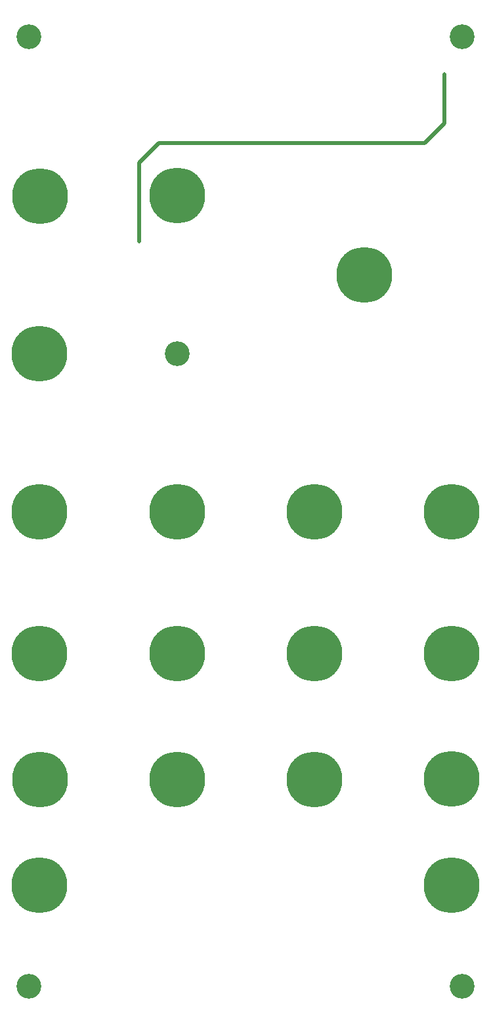
<source format=gts>
G04 Layer_Color=8388736*
%FSLAX25Y25*%
%MOIN*%
G70*
G01*
G75*
%ADD10C,0.02000*%
%ADD15C,0.12611*%
%ADD16C,0.28359*%
D10*
X240000Y450300D02*
Y475300D01*
X230000Y440300D02*
X240000Y450300D01*
X95000Y440300D02*
X230000D01*
X85000Y430300D02*
X95000Y440300D01*
X85000Y390300D02*
Y430300D01*
D15*
X104500Y333200D02*
D03*
X29300Y11855D02*
D03*
X248985D02*
D03*
X248986Y494061D02*
D03*
X29300Y494100D02*
D03*
D16*
X243800Y63200D02*
D03*
X34600D02*
D03*
X243900Y117100D02*
D03*
X174200Y117000D02*
D03*
X104600D02*
D03*
X34700D02*
D03*
X243900Y180900D02*
D03*
X174200D02*
D03*
X104500Y181000D02*
D03*
X34600Y180900D02*
D03*
X243900Y253000D02*
D03*
X174200Y252900D02*
D03*
X104500Y253000D02*
D03*
X34600D02*
D03*
Y333200D02*
D03*
X199500Y373300D02*
D03*
X104500Y413400D02*
D03*
X34837Y413163D02*
D03*
M02*

</source>
